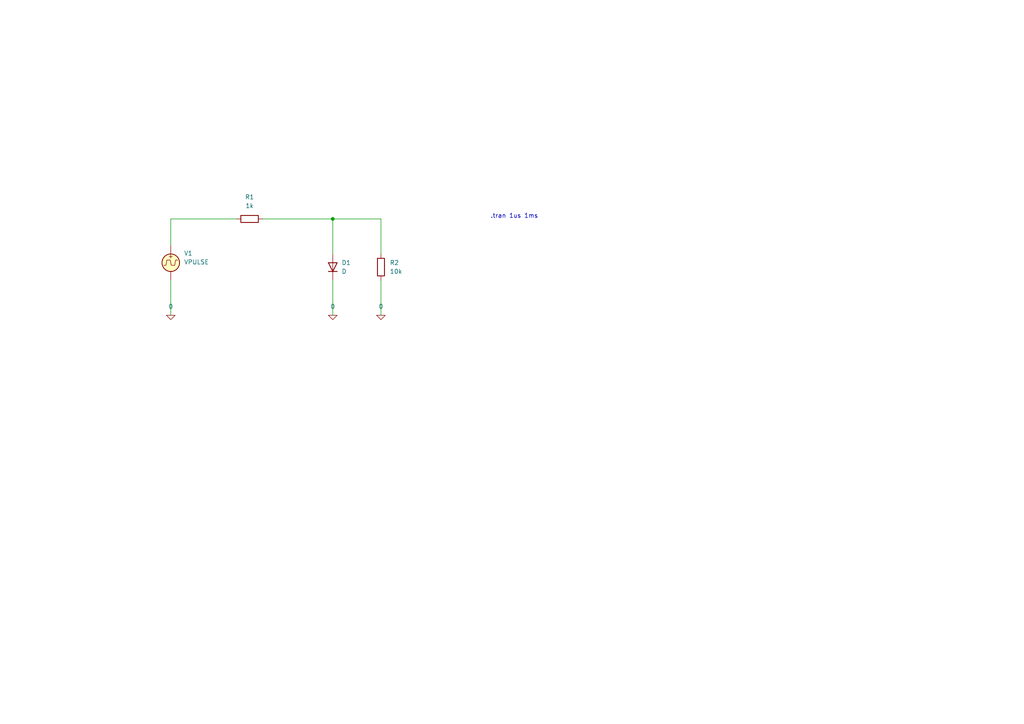
<source format=kicad_sch>
(kicad_sch (version 20211123) (generator eeschema)
  (paper "A4")
  (lib_symbols
    (symbol "Device:D" (pin_numbers hide) (pin_names (offset 1.016) hide)
      (property "Reference" "D" (at 0 2.54 0))
      (property "Value" "D" (at 0 -2.54 0))
      (symbol "D_0_1"
        (polyline (pts (xy -1.27 1.27) (xy -1.27 -1.27)) (stroke (width 0.254)))
        (polyline (pts (xy 1.27 0) (xy -1.27 0)))
        (polyline (pts (xy 1.27 1.27) (xy 1.27 -1.27) (xy -1.27 0) (xy 1.27 1.27)) (stroke (width 0.254)))
      )
      (symbol "D_1_1"
        (pin passive line (at -3.81 0 0) (length 2.54) (name "K") (number "1"))
        (pin passive line (at 3.81 0 180) (length 2.54) (name "A") (number "2"))
      )
    )
    (symbol "Device:R" (pin_numbers hide) (pin_names (offset 0))
      (property "Reference" "R" (at 2.032 0 90))
      (property "Value" "R" (at 0 0 90))
      (symbol "R_0_1"
        (rectangle (start -1.016 -2.54) (end 1.016 2.54) (stroke (width 0.254)))
      )
      (symbol "R_1_1"
        (pin passive line (at 0 3.81 270) (length 1.27) (name "~") (number "1"))
        (pin passive line (at 0 -3.81 90) (length 1.27) (name "~") (number "2"))
      )
    )
    (symbol "Simulation_SPICE:VPULSE" (pin_numbers hide) (pin_names (offset 0.0254))
      (property "Reference" "V" (at 2.54 2.54 0))
      (property "Value" "VPULSE" (at 2.54 0 0))
      (property "Spice_Model" "pulse(0 1 2n 2n 2n 50n 100n)" (at 2.54 -2.54 0))
      (symbol "VPULSE_0_0"
        (polyline (pts (xy -2.032 -0.762) (xy -1.397 -0.762) (xy -1.143 0.762) (xy -0.127 0.762) (xy 0.127 -0.762) (xy 1.143 -0.762) (xy 1.397 0.762) (xy 2.032 0.762)))
        (text "+" (at 0 1.905 0) (effects (font (size 1.27 1.27))))
      )
      (symbol "VPULSE_0_1"
        (circle (center 0 0) (radius 2.54) (stroke (width 0.254)) (fill (type background)))
      )
      (symbol "VPULSE_1_1"
        (pin passive line (at 0 5.08 270) (length 2.54) (name "~") (number "1"))
        (pin passive line (at 0 -5.08 90) (length 2.54) (name "~") (number "2"))
      )
    )
    (symbol "pspice:0" (power) (pin_names (offset 0))
      (property "Value" "0" (at 0 -1.778 0))
      (symbol "0_0_1"
        (polyline (pts (xy -1.27 0) (xy 0 -1.27) (xy 1.27 0) (xy -1.27 0)))
      )
      (symbol "0_1_1"
        (pin power_in line (at 0 0 0) (length 0) hide (name "0") (number "1"))
      )
    )
  )
  (text ".tran 1us 1ms" (at 142.24 63.5 0) (effects (font (size 1.27 1.27)) (justify left bottom)))
  (junction (at 96.52 63.5))
  (wire (pts (xy 76.2 63.5) (xy 96.52 63.5)))
  (wire (pts (xy 68.58 63.5) (xy 49.53 63.5)))
  (wire (pts (xy 110.49 73.66) (xy 110.49 63.5)))
  (wire (pts (xy 96.52 91.44) (xy 96.52 81.28)))
  (wire (pts (xy 110.49 63.5) (xy 96.52 63.5)))
  (wire (pts (xy 110.49 91.44) (xy 110.49 81.28)))
  (wire (pts (xy 49.53 91.44) (xy 49.53 81.28)))
  (wire (pts (xy 49.53 63.5) (xy 49.53 71.12)))
  (wire (pts (xy 96.52 63.5) (xy 96.52 73.66)))
  (symbol (lib_id "pspice:0") (at 110.49 91.44 0) (unit 1)
    (property "Reference" "#GND?" (effects hide))
    (property "Value" "0" (at 110.49 88.9 0))
  )
  (symbol (lib_id "Device:R") (at 110.49 77.47 180) (unit 1)
    (property "Reference" "R2" (at 113.03 76.1999 0) (effects (justify right)))
    (property "Value" "10k" (at 113.03 78.7399 0) (effects (justify right)))
  )
  (symbol (lib_id "Simulation_SPICE:VPULSE") (at 49.53 76.2 0) (unit 1)
    (property "Reference" "V1" (at 53.34 73.4701 0) (effects (justify left)))
    (property "Value" "VPULSE" (at 53.34 76.0101 0) (effects (justify left)))
    (property "Spice_Netlist_Enabled" "Y" (effects hide))
    (property "Spice_Primitive" "V" (effects hide))
    (property "Spice_Model" "dc 0 pulse(0 2 1m 50n 50n 1m 2m)" (at 53.34 78.5501 0) (effects (justify left)))
  )
  (symbol (lib_id "Device:R") (at 72.39 63.5 90) (unit 1)
    (property "Reference" "R1" (at 72.39 57.15 90))
    (property "Value" "1k" (at 72.39 59.69 90))
  )
  (symbol (lib_id "Device:D") (at 96.52 77.47 90) (unit 1)
    (property "Reference" "D1" (at 99.06 76.1999 90) (effects (justify right)))
    (property "Value" "D" (at 99.06 78.7399 90) (effects (justify right)))
    (property "Spice_Primitive" "D" (effects hide))
    (property "Spice_Model" "1N456" (effects hide))
    (property "Spice_Netlist_Enabled" "Y" (effects hide))
    (property "Spice_Lib_File" "issue13591_models\\diode.lib" (effects hide))
    (property "Spice_Node_Sequence" "2 1" (effects hide))
  )
  (symbol (lib_id "pspice:0") (at 49.53 91.44 0) (unit 1)
    (property "Reference" "#GND01" (effects hide))
    (property "Value" "0" (at 49.53 88.9 0))
  )
  (symbol (lib_id "pspice:0") (at 96.52 91.44 0) (unit 1)
    (property "Reference" "#GND02" (effects hide))
    (property "Value" "0" (at 96.52 88.9 0))
  )
)
</source>
